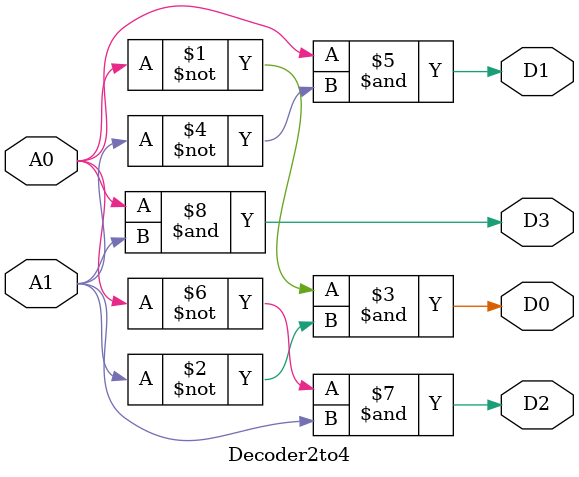
<source format=v>
module Decoder2to4(
A0, A1, D0, D1, D2, D3);

	input A0, A1;
	output D0, D1, D2, D3;
	
	assign D0 = (~(A0)) & (~(A1));
	assign D1 = A0 & (~A1);
	assign D2 = (~A0) & A1;
	assign D3 = A0 & A1;
	
endmodule
</source>
